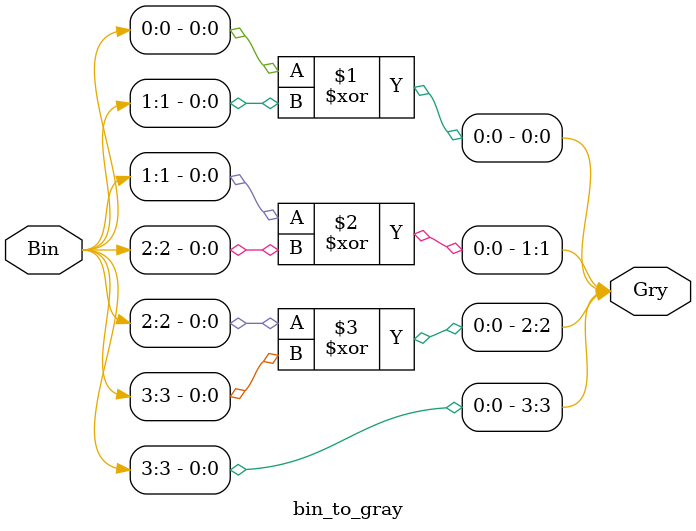
<source format=v>
`timescale 1ns / 1ps
module bin_to_gray #(parameter wid=4) (Bin,Gry);
input [wid-1:0]Bin;
output [wid-1:0]Gry;
genvar i;
assign Gry[wid-1] = Bin[wid-1];
generate 
for (i=0 ; i<wid-1 ; i=i+1)
begin : block
assign Gry[i] = Bin[i]^Bin[i+1];
end
endgenerate
endmodule
</source>
